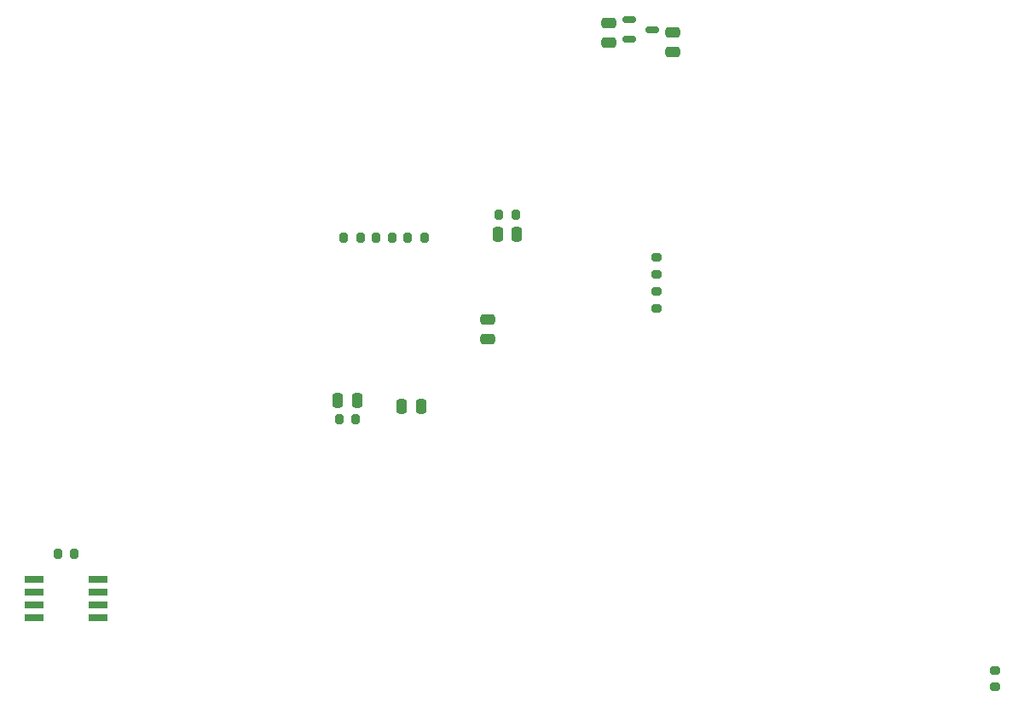
<source format=gbr>
%TF.GenerationSoftware,KiCad,Pcbnew,7.0.9*%
%TF.CreationDate,2024-06-25T19:44:48+09:00*%
%TF.ProjectId,05-PWR,30352d50-5752-42e6-9b69-6361645f7063,rev?*%
%TF.SameCoordinates,Original*%
%TF.FileFunction,Paste,Top*%
%TF.FilePolarity,Positive*%
%FSLAX46Y46*%
G04 Gerber Fmt 4.6, Leading zero omitted, Abs format (unit mm)*
G04 Created by KiCad (PCBNEW 7.0.9) date 2024-06-25 19:44:48*
%MOMM*%
%LPD*%
G01*
G04 APERTURE LIST*
G04 Aperture macros list*
%AMRoundRect*
0 Rectangle with rounded corners*
0 $1 Rounding radius*
0 $2 $3 $4 $5 $6 $7 $8 $9 X,Y pos of 4 corners*
0 Add a 4 corners polygon primitive as box body*
4,1,4,$2,$3,$4,$5,$6,$7,$8,$9,$2,$3,0*
0 Add four circle primitives for the rounded corners*
1,1,$1+$1,$2,$3*
1,1,$1+$1,$4,$5*
1,1,$1+$1,$6,$7*
1,1,$1+$1,$8,$9*
0 Add four rect primitives between the rounded corners*
20,1,$1+$1,$2,$3,$4,$5,0*
20,1,$1+$1,$4,$5,$6,$7,0*
20,1,$1+$1,$6,$7,$8,$9,0*
20,1,$1+$1,$8,$9,$2,$3,0*%
G04 Aperture macros list end*
%ADD10RoundRect,0.250000X-0.475000X0.250000X-0.475000X-0.250000X0.475000X-0.250000X0.475000X0.250000X0*%
%ADD11RoundRect,0.250000X-0.250000X-0.475000X0.250000X-0.475000X0.250000X0.475000X-0.250000X0.475000X0*%
%ADD12RoundRect,0.200000X0.200000X0.275000X-0.200000X0.275000X-0.200000X-0.275000X0.200000X-0.275000X0*%
%ADD13RoundRect,0.200000X-0.275000X0.200000X-0.275000X-0.200000X0.275000X-0.200000X0.275000X0.200000X0*%
%ADD14RoundRect,0.200000X0.275000X-0.200000X0.275000X0.200000X-0.275000X0.200000X-0.275000X-0.200000X0*%
%ADD15RoundRect,0.250000X0.475000X-0.250000X0.475000X0.250000X-0.475000X0.250000X-0.475000X-0.250000X0*%
%ADD16RoundRect,0.200000X-0.200000X-0.275000X0.200000X-0.275000X0.200000X0.275000X-0.200000X0.275000X0*%
%ADD17RoundRect,0.150000X-0.512500X-0.150000X0.512500X-0.150000X0.512500X0.150000X-0.512500X0.150000X0*%
%ADD18RoundRect,0.250000X0.250000X0.475000X-0.250000X0.475000X-0.250000X-0.475000X0.250000X-0.475000X0*%
%ADD19RoundRect,0.045750X-0.904250X-0.259250X0.904250X-0.259250X0.904250X0.259250X-0.904250X0.259250X0*%
G04 APERTURE END LIST*
D10*
%TO.C,C5*%
X239938750Y-27310000D03*
X239938750Y-29210000D03*
%TD*%
D11*
%TO.C,C2*%
X213045000Y-64770000D03*
X214945000Y-64770000D03*
%TD*%
D12*
%TO.C,R8*%
X230695000Y-46355000D03*
X229045000Y-46355000D03*
%TD*%
D13*
%TO.C,R6*%
X244725000Y-53975000D03*
X244725000Y-55625000D03*
%TD*%
D14*
%TO.C,R9*%
X278287500Y-93285000D03*
X278287500Y-91635000D03*
%TD*%
D15*
%TO.C,C3*%
X227965000Y-58665000D03*
X227965000Y-56765000D03*
%TD*%
D16*
%TO.C,R2*%
X216845000Y-48625000D03*
X218495000Y-48625000D03*
%TD*%
%TO.C,R3*%
X220020000Y-48625000D03*
X221670000Y-48625000D03*
%TD*%
D17*
%TO.C,U6*%
X241976250Y-26990000D03*
X241976250Y-28890000D03*
X244251250Y-27940000D03*
%TD*%
D18*
%TO.C,C1*%
X221295000Y-65405000D03*
X219395000Y-65405000D03*
%TD*%
D16*
%TO.C,R1*%
X213670000Y-48625000D03*
X215320000Y-48625000D03*
%TD*%
D12*
%TO.C,R7*%
X186880000Y-80010000D03*
X185230000Y-80010000D03*
%TD*%
D10*
%TO.C,C6*%
X246288750Y-28260000D03*
X246288750Y-30160000D03*
%TD*%
D16*
%TO.C,R4*%
X213170000Y-66675000D03*
X214820000Y-66675000D03*
%TD*%
D18*
%TO.C,C4*%
X230820000Y-48260000D03*
X228920000Y-48260000D03*
%TD*%
D13*
%TO.C,R5*%
X244725000Y-50610000D03*
X244725000Y-52260000D03*
%TD*%
D19*
%TO.C,U5*%
X182880000Y-82550000D03*
X182880000Y-83820000D03*
X182880000Y-85090000D03*
X182880000Y-86360000D03*
X189230000Y-86360000D03*
X189230000Y-85090000D03*
X189230000Y-83820000D03*
X189230000Y-82550000D03*
%TD*%
M02*

</source>
